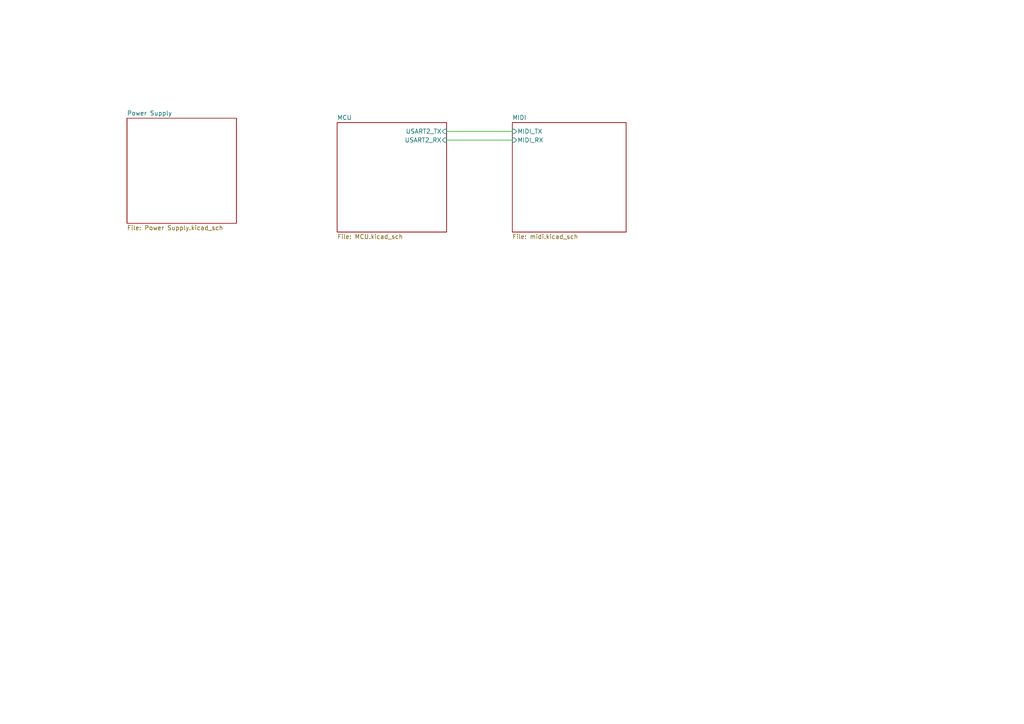
<source format=kicad_sch>
(kicad_sch (version 20211123) (generator eeschema)
  (paper "A4")
  (title_block (title "stm32-midi-footcontroller") (rev "A"))
  (lib_symbols)
  (wire (pts (xy 129.54 38.1) (xy 148.59 38.1)))
  (wire (pts (xy 129.54 40.64) (xy 148.59 40.64)))
  (sheet (at 36.83 34.29) (size 31.75 30.48) (stroke (width 0.1524))
    (property "Sheet name" "Power Supply" (at 36.83 33.5784 0) (effects (justify left bottom)))
    (property "Sheet file" "Power Supply.kicad_sch" (at 36.83 65.3546 0) (effects (justify left top)))
  )
  (sheet (at 97.79 35.56) (size 31.75 31.75) (stroke (width 0.1524))
    (property "Sheet name" "MCU" (at 97.79 34.8484 0) (effects (justify left bottom)))
    (property "Sheet file" "MCU.kicad_sch" (at 97.79 67.8946 0) (effects (justify left top)))
    (pin "USART2_TX" input (at 129.54 38.1 0))
    (pin "USART2_RX" input (at 129.54 40.64 0))
  )
  (sheet (at 148.59 35.56) (size 33.02 31.75) (stroke (width 0.1524))
    (property "Sheet name" "MIDI" (at 148.59 34.8484 0) (effects (justify left bottom)))
    (property "Sheet file" "midi.kicad_sch" (at 148.59 67.8946 0) (effects (justify left top)))
    (pin "MIDI_TX" input (at 148.59 38.1 180))
    (pin "MIDI_RX" input (at 148.59 40.64 180))
  )
)
</source>
